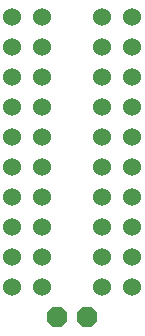
<source format=gts>
G75*
%MOIN*%
%OFA0B0*%
%FSLAX24Y24*%
%IPPOS*%
%LPD*%
%AMOC8*
5,1,8,0,0,1.08239X$1,22.5*
%
%ADD10C,0.0600*%
%ADD11OC8,0.0680*%
D10*
X000650Y005500D03*
X000650Y006500D03*
X000650Y007500D03*
X000650Y008500D03*
X000650Y009500D03*
X000650Y010500D03*
X000650Y011500D03*
X000650Y012500D03*
X000650Y013500D03*
X000650Y014500D03*
X001650Y014500D03*
X001650Y013500D03*
X001650Y012500D03*
X001650Y011500D03*
X001650Y010500D03*
X001650Y009500D03*
X001650Y008500D03*
X001650Y007500D03*
X001650Y006500D03*
X001650Y005500D03*
X003650Y005500D03*
X003650Y006500D03*
X003650Y007500D03*
X003650Y008500D03*
X003650Y009500D03*
X003650Y010500D03*
X003650Y011500D03*
X003650Y012500D03*
X003650Y013500D03*
X003650Y014500D03*
X004650Y014500D03*
X004650Y013500D03*
X004650Y012500D03*
X004650Y011500D03*
X004650Y010500D03*
X004650Y009500D03*
X004650Y008500D03*
X004650Y007500D03*
X004650Y006500D03*
X004650Y005500D03*
D11*
X003150Y004500D03*
X002150Y004500D03*
M02*

</source>
